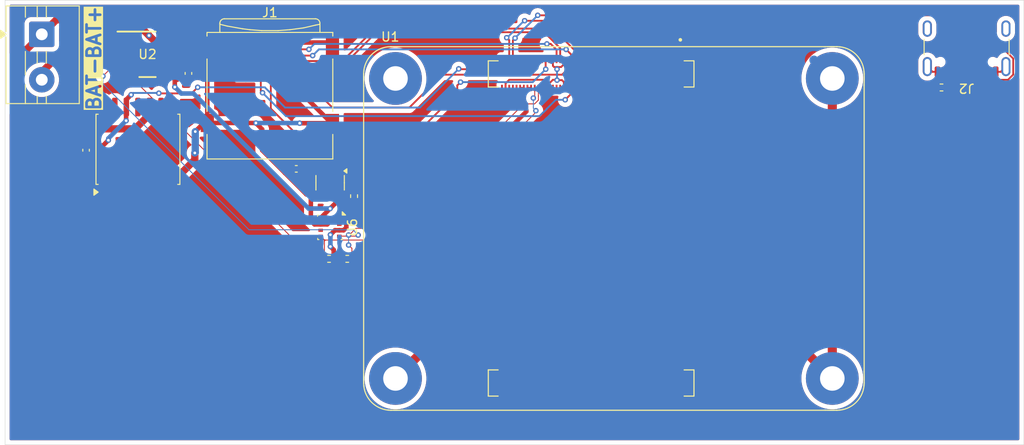
<source format=kicad_pcb>
(kicad_pcb (version 20241229) (generator "pcbnew") (generator_version "9.0")
  (layers (0 "F.Cu" signal) (2 "B.Cu" signal) (13 "F.Paste" user) (15 "B.Paste" user) (5 "F.SilkS" user "F.Silkscreen") (7 "B.SilkS" user "B.Silkscreen") (1 "F.Mask" user) (3 "B.Mask" user) (25 "Edge.Cuts" user))
  (net 0 "")
  (net 1 "Net-(U1A-CM5_1.8V(OUTPUT)-Pad88)")
  (net 2 "GND")
  (net 5 "/SD_DAT3")
  (net 9 "/SD_DAT2")
  (net 13 "/SD_PWR_ON")
  (net 14 "Net-(U1A-MOUNTING_PADS-PadSH1)")
  (net 15 "/USB_DN")
  (net 17 "/USB_DP")
  (net 29 "/SD_DAT1")
  (net 40 "Net-(U1A-CM5_3.3V(OUTPUT)-Pad84)")
  (net 45 "/SD_CMD")
  (net 59 "/SD_CLK")
  (net 63 "/SD_DAT0")
  (net 74 "/SD_PWR")
  (net 75 "/3V3")
  (net 77 "/VBUS")
  (net 79 "/CC1")
  (net 81 "/SCL0")
  (net 82 "/SDA0")
  (net 85 "/BAT+")
  (net 86 "/BAT-")
  (net 87 "+5V")
  (footprint "Package_LGA:Bosch_LGA-8_2.5x2.5mm_P0.65mm_ClockwisePinNumbering" (layer "F.Cu") (at 54.8525 36.9825 -90)
    (property "Reference" "U6")
    (property "Value" "BME280" (hide yes))
  )
  (footprint "Capacitor_SMD:C_0402_1005Metric" (layer "F.Cu") (at 51.15 30.55 180)
    (property "Reference" "C1" (hide yes))
    (property "Value" "10µF" (hide yes))
  )
  (footprint "Package_SO:SOIC-14W_7.5x9mm_P1.27mm" (layer "F.Cu") (at 33.75 28.4 90)
    (property "Reference" "U3" (hide yes))
    (property "Value" "LM2574HVM-5")
  )
  (footprint "Package_TO_SOT_SMD:TSOT-23-5" (layer "F.Cu") (at 54.87 32.08 -90)
    (property "Reference" "U5" (hide yes))
    (property "Value" "RT9742AGJ5F" (hide yes))
  )
  (footprint "Resistor_SMD:R_0402_1005Metric" (layer "F.Cu") (at 56.75 40.45 180)
    (property "Reference" "R4" (hide yes))
    (property "Value" "10K" (hide yes))
  )
  (footprint "Resistor_SMD:R_0402_1005Metric" (layer "F.Cu") (at 54.75 40.45)
    (property "Reference" "R3" (hide yes))
    (property "Value" "10K" (hide yes))
  )
  (footprint "TerminalBlock:TerminalBlock_MaiXu_MX126-5.0-02P_1x02_P5.00mm" (layer "F.Cu") (at 23.1825 15.75 -90)
    (property "Reference" "J3" (hide yes))
    (property "Value" "Screw_Terminal_01x02" (hide yes))
  )
  (footprint "footprints:D0008A_N" (layer "F.Cu") (at 34.8 17.95)
    (property "Reference" "U2")
    (property "Value" "INA219AIDR")
  )
  (footprint "Connector_Card:microSD_HC_Wuerth_693072010801" (layer "F.Cu") (at 48.25 21.3525)
    (property "Reference" "J1")
    (property "Value" "Micro_SD_Card" (hide yes))
  )
  (footprint "Capacitor_SMD:C_0402_1005Metric" (layer "F.Cu") (at 28.05 28.5 90)
    (property "Reference" "C3" (hide yes))
    (property "Value" "100nF" (hide yes))
  )
  (footprint "Resistor_SMD:R_0402_1005Metric" (layer "F.Cu") (at 122.05 21.6 180)
    (property "Reference" "R2" (hide yes))
    (property "Value" "5.1K" (hide yes))
  )
  (footprint "Connector_USB:USB_C_Receptacle_GCT_USB4105-xx-A_16P_TopMnt_Horizontal" (layer "F.Cu") (at 124.81 16.195 180)
    (property "Reference" "J2")
    (property "Value" "USB_C_Receptacle" (hide yes))
  )
  (footprint "Capacitor_SMD:C_0402_1005Metric" (layer "F.Cu") (at 39.3 20.05 -90)
    (property "Reference" "C2" (hide yes))
    (property "Value" "100nF" (hide yes))
  )
  (footprint "CM5108032:MODULE_CM5108032" (layer "F.Cu") (at 86.05 37.1075)
    (property "Reference" "U1")
    (property "Value" "CM5108032")
  )
  (footprint "Resistor_SMD:R_0402_1005Metric" (layer "F.Cu") (at 57.5 33.55 90)
    (property "Reference" "R1" (hide yes))
    (property "Value" "12K" (hide yes))
  )
  (gr_rect (start 19.15 12) (end 131.1 60.9) (stroke (width 0.05)) (fill no) (layer "Edge.Cuts"))
  (gr_text "BAT+" (at 29.8 18.65 90) (layer "F.SilkS" knockout) (effects (font (size 1.5 1.5) (thickness 0.3) (bold yes)) (justify left bottom)))
  (gr_text "BAT-\n" (at 29.8 24.3 90) (layer "F.SilkS" knockout) (effects (font (size 1.5 1.5) (thickness 0.3) (bold yes)) (justify left bottom)))
  (segment (start 76.15 21.6475) (end 75.75 21.6475) (width 0.2) (layer "F.Cu") (net 1))
  (segment (start 33.715 17.315) (end 34.985 18.585) (width 0.5) (layer "F.Cu") (net 2))
  (segment (start 52.75 30.8355) (end 52.75 31.15) (width 0.5) (layer "F.Cu") (net 2))
  (segment (start 34.985 18.585) (end 37.2 18.585) (width 0.5) (layer "F.Cu") (net 2))
  (segment (start 81.75 20.1) (end 81.75 20.15) (width 0.2) (layer "F.Cu") (net 2))
  (segment (start 84.95 18.5675) (end 84.95 20.6465) (width 0.2) (layer "F.Cu") (net 2))
  (segment (start 53.1505 36.6575) (end 53.8275 36.6575) (width 0.5) (layer "F.Cu") (net 2))
  (segment (start 32.4 17.315) (end 33.715 17.315) (width 0.5) (layer "F.Cu") (net 2))
  (segment (start 82.55 53.9) (end 83.7 53.9) (width 0.2) (layer "F.Cu") (net 2))
  (segment (start 83.7 53.9) (end 83.75 53.95) (width 0.2) (layer "F.Cu") (net 2))
  (segment (start 49.9 31) (end 47.4025 28.5025) (width 0.5) (layer "F.Cu") (net 2))
  (segment (start 55.0975 25.53) (end 55.125 25.5025) (width 0.5) (layer "F.Cu") (net 2))
  (segment (start 79.81 19.58) (end 79.8 19.59) (width 0.2) (layer "F.Cu") (net 2))
  (segment (start 82.5 53.95) (end 82.55 53.9) (width 0.2) (layer "F.Cu") (net 2))
  (segment (start 86.15 52.5675) (end 86.15 54) (width 0.2) (layer "F.Cu") (net 2))
  (segment (start 88.95 20.6465) (end 89.35 21.0465) (width 0.2) (layer "F.Cu") (net 2))
  (segment (start 80.25 19.35) (end 79.8 19.35) (width 0.2) (layer "F.Cu") (net 2))
  (segment (start 80.55 18.5675) (end 80.55 19.05) (width 0.2) (layer "F.Cu") (net 2))
  (segment (start 79.8 19.35) (end 79.4805 19.35) (width 0.2) (layer "F.Cu") (net 2))
  (segment (start 41.375 17.2025) (end 41.924496 16.653004) (width 0.5) (layer "F.Cu") (net 2))
  (segment (start 46.7025 25.5025) (end 46.71 25.51) (width 0.5) (layer "F.Cu") (net 2))
  (segment (start 78.95 52.5675) (end 78.95 55.6475) (width 0.2) (layer "F.Cu") (net 2))
  (segment (start 78.95 21.15) (end 79.35 20.75) (width 0.2) (layer "F.Cu") (net 2))
  (segment (start 82.55 53.9) (end 82.55 55.6475) (width 0.2) (layer "F.Cu") (net 2))
  (segment (start 82.95 18.5675) (end 82.95 20.749) (width 0.2) (layer "F.Cu") (net 2))
  (segment (start 53.8275 36.6575) (end 54.5505 36.6575) (width 0.5) (layer "F.Cu") (net 2))
  (segment (start 86.15 54) (end 86.15 55.6475) (width 0.2) (layer "F.Cu") (net 2))
  (segment (start 78.95 21.6475) (end 78.95 21.15) (width 0.2) (layer "F.Cu") (net 2))
  (segment (start 81.85 20) (end 81.75 20.1) (width 0.2) (layer "F.Cu") (net 2))
  (segment (start 83.75 55.6475) (end 83.75 53.95) (width 0.2) (layer "F.Cu") (net 2))
  (segment (start 55.2005 36.0075) (end 55.8775 36.0075) (width 0.5) (layer "F.Cu") (net 2))
  (segment (start 93.35 20) (end 93.35 21.6475) (width 0.2) (layer "F.Cu") (net 2))
  (segment (start 50.35 30.55) (end 49.9 31) (width 0.5) (layer "F.Cu") (net 2))
  (segment (start 81.75 19.9) (end 81.75 18.5675) (width 0.2) (layer "F.Cu") (net 2))
  (segment (start 78.55 20.75) (end 78.95 21.15) (width 0.2) (layer "F.Cu") (net 2))
  (segment (start 79.8 20.79) (end 80.3435 20.79) (width 0.2) (layer "F.Cu") (net 2))
  (segment (start 52.25 33.35) (end 49.9 31) (width 0.5) (layer "F.Cu") (net 2))
  (segment (start 74.15 52.5675) (end 74.15 53.95) (width 0.2) (layer "F.Cu") (net 2))
  (segment (start 40.9975 25.5025) (end 46.7025 25.5025) (width 0.5) (layer "F.Cu") (net 2))
  (segment (start 84.95 20.6465) (end 85.35 21.0465) (width 0.2) (layer "F.Cu") (net 2))
  (segment (start 79.76 20.75) (end 79.8 20.79) (width 0.2) (layer "F.Cu") (net 2))
  (segment (start 80.55 20.9965) (end 80.55 21.6475) (width 0.2) (layer "F.Cu") (net 2))
  (segment (start 93.35 20) (end 81.85 20) (width 0.2) (layer "F.Cu") (net 2))
  (segment (start 121.61 19.875) (end 121.61 21.53) (width 0.2) (layer "F.Cu") (net 2))
  (segment (start 80.55 19.05) (end 80.25 19.35) (width 0.2) (layer "F.Cu") (net 2))
  (segment (start 34.554768 31.424) (end 35.688999 31.424) (width 0.8) (layer "F.Cu") (net 2))
  (segment (start 33.75 32.228768) (end 34.554768 31.424) (width 0.8) (layer "F.Cu") (net 2))
  (segment (start 80.3435 20.79) (end 80.55 20.9965) (width 0.2) (layer "F.Cu") (net 2))
  (segment (start 90.95 18.5675) (end 90.95 21.6475) (width 0.2) (layer "F.Cu") (net 2))
  (segment (start 82.55 52.5675) (end 82.55 53.9) (width 0.2) (layer "F.Cu") (net 2))
  (segment (start 53.5169 29.829) (end 53.169 30.1769) (width 0.5) (layer "F.Cu") (net 2))
  (segment (start 54.5505 36.6575) (end 55.2005 36.0075) (width 0.5) (layer "F.Cu") (net 2))
  (segment (start 54.3231 29.829) (end 53.5169 29.829) (width 0.5) (layer "F.Cu") (net 2))
  (segment (start 82.95 20.749) (end 83.35 21.149) (width 0.2) (layer "F.Cu") (net 2))
  (segment (start 81.75 21.6475) (end 81.75 20.15) (width 0.2) (layer "F.Cu") (net 2))
  (segment (start 83.8 53.9) (end 84.85 53.9) (width 0.2) (layer "F.Cu") (net 2))
  (segment (start 87.35 52.5675) (end 87.35 55.6475) (width 0.2) (layer "F.Cu") (net 2))
  (segment (start 54.671 30.7435) (end 54.671 30.1769) (width 0.5) (layer "F.Cu") (net 2))
  (segment (start 40.05 26.45) (end 40.9975 25.5025) (width 0.5) (layer "F.Cu") (net 2))
  (segment (start 40 28.8) (end 40 29.55) (width 0.8) (layer "F.Cu") (net 2))
  (segment (start 81.35 52.5675) (end 81.35 55.6475) (width 0.2) (layer "F.Cu") (net 2))
  (segment (start 79.4805 19.35) (end 79.35 19.2195) (width 0.2) (layer "F.Cu") (net 2))
  (segment (start 84.95 55.6475) (end 84.95 54) (width 0.2) (layer "F.Cu") (net 2))
  (segment (start 74.55 20.75) (end 78.55 20.75) (width 0.2) (layer "F.Cu") (net 2))
  (segment (start 74.15 53.95) (end 74.15 55.6475) (width 0.2) (layer "F.Cu") (net 2))
  (segment (start 74.15 21.6475) (end 74.15 21.15) (width 0.2) (layer "F.Cu") (net 2))
  (segment (start 37.2 18.585) (end 39.9925 18.585) (width 0.5) (layer "F.Cu") (net 2))
  (segment (start 79.81 19.36) (end 79.81 19.58) (width 0.2) (layer "F.Cu") (net 2))
  (segment (start 55.18 25.68) (end 50.55 21.05) (width 0.5) (layer "F.Cu") (net 2))
  (segment (start 54.671 30.1769) (end 54.3231 29.829) (width 0.5) (layer "F.Cu") (net 2))
  (segment (start 86.1 53.95) (end 86.15 54) (width 0.2) (layer "F.Cu") (net 2))
  (segment (start 88.55 55.6475) (end 88.55 52.5675) (width 0.2) (layer "F.Cu") (net 2))
  (segment (start 33.75 32.025001) (end 30.704999 28.98) (width 0.8) (layer "F.Cu") (net 2))
  (segment (start 87.35 21.0965) (end 87.35 21.6475) (width 0.2) (layer "F.Cu") (net 2))
  (segment (start 39.9925 18.585) (end 41.375 17.2025) (width 0.5) (layer "F.Cu") (net 2))
  (segment (start 74.15 21.15) (end 74.55 20.75) (width 0.2) (layer "F.Cu") (net 2))
  (segment (start 47.4025 26.2025) (end 46.71 25.51) (width 0.5) (layer "F.Cu") (net 2))
  (segment (start 79.35 19.2195) (end 79.35 18.5675) (width 0.2) (layer "F.Cu") (net 2))
  (segment (start 85.35 21.0465) (end 85.35 21.6475) (width 0.2) (layer "F.Cu") (net 2))
  (segment (start 86.05 53.9) (end 86.1 53.95) (width 0.2) (layer "F.Cu") (net 2))
  (segment (start 80.15 52.5675) (end 80.15 55.6475) (width 0.2) (layer "F.Cu") (net 2))
  (segment (start 84.85 53.9) (end 84.9 53.95) (width 0.2) (layer "F.Cu") (net 2))
  (segment (start 81.85 20) (end 81.75 19.9) (width 0.2) (layer "F.Cu") (net 2))
  (segment (start 41.375 25.125) (end 40.05 26.45) (width 0.5) (layer "F.Cu") (net 2))
  (segment (start 53.169 30.1769) (end 53.169 30.4165) (width 0.5) (layer "F.Cu") (net 2))
  (segment (start 89.35 21.0465) (end 89.35 21.6475) (width 0.2) (layer "F.Cu") (net 2))
  (segment (start 74.15 53.95) (end 82.5 53.95) (width 0.2) (layer "F.Cu") (net 2))
  (segment (start 92.05 53.9) (end 92.15 54) (width 0.2) (layer "F.Cu") (net 2))
  (segment (start 81.75 20.15) (end 81.75 19.9) (width 0.2) (layer "F.Cu") (net 2))
  (segment (start 52.750384 33.35) (end 52.25 33.35) (width 0.5) (layer "F.Cu") (net 2))
  (segment (start 33.75 33.05) (end 33.75 32.025001) (width 0.8) (layer "F.Cu") (net 2))
  (segment (start 83.35 21.149) (end 83.35 21.6475) (width 0.2) (layer "F.Cu") (net 2))
  (segment (start 121.065 19.875) (end 120.49 19.3) (width 0.2) (layer "F.Cu") (net 2))
  (segment (start 52.750384 31.150384) (end 52.750384 36.257384) (width 0.5) (layer "F.Cu") (net 2))
  (segment (start 38.126 31.424) (end 34.554768 31.424) (width 0.8) (layer "F.Cu") (net 2))
  (segment (start 77.75 55.6475) (end 77.75 52.5675) (width 0.2) (layer "F.Cu") (net 2))
  (segment (start 47.4025 28.5025) (end 47.4025 26.2025) (width 0.5) (layer "F.Cu") (net 2))
  (segment (start 52.75 31.15) (end 52.750384 31.150384) (width 0.5) (layer "F.Cu") (net 2))
  (segment (start 30.704999 28.98) (end 28.05 28.98) (width 0.8) (layer "F.Cu") (net 2))
  (segment (start 86.1 53.95) (end 86.15 53.9) (width 0.2) (layer "F.Cu") (net 2))
  (segment (start 128.555 19.875) (end 129.13 19.3) (width 0.2) (layer "F.Cu") (net 2))
  (segment (start 41.375 17.2025) (end 41.375 25.125) (width 0.5) (layer "F.Cu") (net 2))
  (segment (start 79.35 20.75) (end 79.76 20.75) (width 0.2) (layer "F.Cu") (net 2))
  (segment (start 86.95 18.5675) (end 86.95 20.6965) (width 0.2) (layer "F.Cu") (net 2))
  (segment (start 35.688999 31.424) (end 36.29 32.025001) (width 0.8) (layer "F.Cu") (net 2))
  (segment (start 93.35 18.5675) (end 93.35 20) (width 0.2) (layer "F.Cu") (net 2))
  (segment (start 79.8 19.35) (end 79.81 19.36) (width 0.2) (layer "F.Cu") (net 2))
  (segment (start 84.95 54) (end 84.9 53.95) (width 0.2) (layer "F.Cu") (net 2))
  (segment (start 39.3 19.2775) (end 39.9925 18.585) (width 0.5) (layer "F.Cu") (net 2))
  (segment (start 39.3 19.57) (end 39.3 19.2775) (width 0.5) (layer "F.Cu") (net 2))
  (segment (start 84.9 53.95) (end 84.95 53.9) (width 0.2) (layer "F.Cu") (net 2))
  (segment (start 33.75 33.05) (end 33.75 32.228768) (width 0.8) (layer "F.Cu") (net 2))
  (segment (start 53.169 30.4165) (end 52.75 30.8355) (width 0.5) (layer "F.Cu") (net 2))
  (segment (start 128.01 19.875) (end 128.555 19.875) (width 0.2) (layer "F.Cu") (net 2))
  (segment (start 51.52 25.53) (end 55.0975 25.53) (width 0.5) (layer "F.Cu") (net 2))
  (segment (start 76.55 55.6475) (end 76.55 52.5675) (width 0.2) (layer "F.Cu") (net 2))
  (segment (start 50.67 30.55) (end 50.35 30.55) (width 0.5) (layer "F.Cu") (net 2))
  (segment (start 55.125 25.625) (end 55.18 25.68) (width 1) (layer "F.Cu") (net 2))
  (segment (start 121.61 21.53) (end 121.54 21.6) (width 0.2) (layer "F.Cu") (net 2))
  (segment (start 36.29 32.025001) (end 36.29 33.05) (width 0.8) (layer "F.Cu") (net 2))
  (segment (start 55.125 25.5025) (end 55.125 25.625) (width 1) (layer "F.Cu") (net 2))
  (segment (start 84.95 53.9) (end 86.05 53.9) (width 0.2) (layer "F.Cu") (net 2))
  (segment (start 41.924496 16.653004) (end 54.575504 16.653004) (width 0.5) (layer "F.Cu") (net 2))
  (segment (start 40 29.55) (end 38.126 31.424) (width 0.8) (layer "F.Cu") (net 2))
  (segment (start 89.75 52.5675) (end 89.75 55.6475) (width 0.2) (layer "F.Cu") (net 2))
  (segment (start 75.35 52.5675) (end 75.35 55.6475) (width 0.2) (layer "F.Cu") (net 2))
  (segment (start 54.87 30.9425) (end 54.671 30.7435) (width 0.5) (layer "F.Cu") (net 2))
  (segment (start 86.95 20.6965) (end 87.35 21.0965) (width 0.2) (layer "F.Cu") (net 2))
  (segment (start 88.95 18.5675) (end 88.95 20.6465) (width 0.2) (layer "F.Cu") (net 2))
  (segment (start 90.95 52.5675) (end 90.95 55.6475) (width 0.2) (layer "F.Cu") (net 2))
  (segment (start 32.4 16.045) (end 32.4 17.315) (width 0.5) (layer "F.Cu") (net 2))
  (segment (start 92.15 52.5675) (end 92.15 54) (width 0.2) (layer "F.Cu") (net 2))
  (segment (start 52.750384 36.257384) (end 53.1505 36.6575) (width 0.5) (layer "F.Cu") (net 2))
  (segment (start 86.15 53.9) (end 92.05 53.9) (width 0.2) (layer "F.Cu") (net 2))
  (segment (start 54.575504 16.653004) (end 55.125 17.2025) (width 0.5) (layer "F.Cu") (net 2))
  (segment (start 92.15 54) (end 92.15 55.6475) (width 0.2) (layer "F.Cu") (net 2))
  (segment (start 83.75 53.95) (end 83.8 53.9) (width 0.2) (layer "F.Cu") (net 2))
  (segment (start 121.61 19.875) (end 121.065 19.875) (width 0.2) (layer "F.Cu") (net 2))
  (segment (start 50.55 21.05) (end 50.55 19.8025) (width 0.5) (layer "F.Cu") (net 2))
  (segment (start 92.15 18.5675) (end 92.15 21.6475) (width 0.2) (layer "F.Cu") (net 2))
  (via (at 40 28.8) (size 0.6) (drill 0.3) (layers "F.Cu" "B.Cu") (net 2))
  (via (at 51.52 25.53) (size 0.6) (drill 0.3) (layers "F.Cu" "B.Cu") (net 2))
  (via (at 79.8 20.79) (size 0.6) (drill 0.3) (layers "F.Cu" "B.Cu") (net 2))
  (via (at 40.05 26.45) (size 0.6) (drill 0.3) (layers "F.Cu" "B.Cu") (net 2))
  (via (at 79.8 19.59) (size 0.6) (drill 0.3) (layers "F.Cu" "B.Cu") (net 2))
  (via (at 46.71 25.51) (size 0.6) (drill 0.3) (layers "F.Cu" "B.Cu") (net 2))
  (segment (start 40.05 28.75) (end 40.05 26.45) (width 0.8) (layer "B.Cu") (net 2))
  (segment (start 46.71 25.51) (end 51.5 25.51) (width 0.5) (layer "B.Cu") (net 2))
  (segment (start 79.8 19.59) (end 79.8 20.79) (width 0.2) (layer "B.Cu") (net 2))
  (segment (start 51.5 25.51) (end 51.52 25.53) (width 0.5) (layer "B.Cu") (net 2))
  (segment (start 40 28.8) (end 40.05 28.75) (width 0.8) (layer "B.Cu") (net 2))
  (segment (start 46.9125 18.09) (end 52.95 18.09) (width 0.2) (layer "F.Cu") (net 5))
  (segment (start 81.35 18.5675) (end 81.35 17.96403) (width 0.2) (layer "F.Cu") (net 5))
  (segment (start 46.15 18.8525) (end 46.9125 18.09) (width 0.2) (layer "F.Cu") (net 5))
  (segment (start 46.15 19.8025) (end 46.15 18.8525) (width 0.2) (layer "F.Cu") (net 5))
  (segment (start 81.35 17.96403) (end 80.797985 17.412015) (width 0.2) (layer "F.Cu") (net 5))
  (via (at 52.95 18.09) (size 0.6) (drill 0.3) (layers "F.Cu" "B.Cu") (net 5))
  (via (at 80.797985 17.412015) (size 0.6) (drill 0.3) (layers "F.Cu" "B.Cu") (net 5))
  (segment (start 53.6335 17.4065) (end 80.79247 17.4065) (width 0.2) (layer "B.Cu") (net 5))
  (segment (start 52.95 18.09) (end 53.6335 17.4065) (width 0.2) (layer "B.Cu") (net 5))
  (segment (start 80.79247 17.4065) (end 80.797985 17.412015) (width 0.2) (layer "B.Cu") (net 5))
  (segment (start 79.75 18.5675) (end 79.75 17.4471) (width 0.2) (layer "F.Cu") (net 9))
  (segment (start 46.796496 17.404004) (end 52.538402 17.404004) (width 0.2) (layer "F.Cu") (net 9))
  (segment (start 79.1094 16.8065) (end 78.69 16.8065) (width 0.2) (layer "F.Cu") (net 9))
  (segment (start 79.75 17.4471) (end 79.1094 16.8065) (width 0.2) (layer "F.Cu") (net 9))
  (segment (start 45.05 19.8025) (end 45.05 19.1505) (width 0.2) (layer "F.Cu") (net 9))
  (segment (start 45.05 19.1505) (end 46.796496 17.404004) (width 0.2) (layer "F.Cu") (net 9))
  (via (at 78.69 16.8065) (size 0.6) (drill 0.3) (layers "F.Cu" "B.Cu") (net 9))
  (via (at 52.538402 17.404004) (size 0.6) (drill 0.3) (layers "F.Cu" "B.Cu") (net 9))
  (segment (start 52.538402 17.404004) (end 53.135906 16.8065) (width 0.2) (layer "B.Cu") (net 9))
  (segment (start 53.135906 16.8065) (end 78.69 16.8065) (width 0.2) (layer "B.Cu") (net 9))
  (segment (start 58.86 32.16) (end 57.65 32.16) (width 0.2) (layer "F.Cu") (net 13))
  (segment (start 68.84 22.18) (end 58.86 32.16) (width 0.2) (layer "F.Cu") (net 13))
  (segment (start 57.5 32.16) (end 57.3 32.16) (width 0.2) (layer "F.Cu") (net 13))
  (segment (start 54.9775 32.16) (end 53.92 33.2175) (width 0.2) (layer "F.Cu") (net 13))
  (segment (start 57.5 32.4) (end 57.5 32.36) (width 0.2) (layer "F.Cu") (net 13))
  (segment (start 78.55 19.58) (end 78.56 19.59) (width 0.2) (layer "F.Cu") (net 13))
  (segment (start 68.84 21.37) (end 68.84 22.18) (width 0.2) (layer "F.Cu") (net 13))
  (segment (start 57.5 32.36) (end 57.3 32.16) (width 0.2) (layer "F.Cu") (net 13))
  (segment (start 57.65 32.16) (end 57.5 32.16) (width 0.2) (layer "F.Cu") (net 13))
  (segment (start 78.55 18.5675) (end 78.55 19.58) (width 0.2) (layer "F.Cu") (net 13))
  (segment (start 57.5 32.16) (end 57.5 32.4) (width 0.2) (layer "F.Cu") (net 13))
  (segment (start 57.3 32.16) (end 54.9775 32.16) (width 0.2) (layer "F.Cu") (net 13))
  (segment (start 57.5 32.4) (end 57.5 32.31) (width 0.2) (layer "F.Cu") (net 13))
  (segment (start 69.2 21.01) (end 68.84 21.37) (width 0.2) (layer "F.Cu") (net 13))
  (segment (start 57.5 32.31) (end 57.65 32.16) (width 0.2) (layer "F.Cu") (net 13))
  (segment (start 57.5 32.4) (end 57.5 33.04) (width 0.2) (layer "F.Cu") (net 13))
  (via (at 69.2 21.01) (size 0.6) (drill 0.3) (layers "F.Cu" "B.Cu") (net 13))
  (via (at 78.56 19.59) (size 0.6) (drill 0.3) (layers "F.Cu" "B.Cu") (net 13))
  (segment (start 69.2 21.01) (end 77.14 21.01) (width 0.2) (layer "B.Cu") (net 13))
  (segment (start 77.14 21.01) (end 78.56 19.59) (width 0.2) (layer "B.Cu") (net 13))
  (segment (start 66.0575 49.6) (end 106.0425 49.6) (width 1) (layer "F.Cu") (net 14))
  (segment (start 106.0425 49.6) (end 110.05 53.6075) (width 1) (layer "F.Cu") (net 14))
  (segment (start 62.05 53.6075) (end 66.0575 49.6) (width 1) (layer "F.Cu") (net 14))
  (segment (start 110.05 20.6075) (end 110.05 53.6075) (width 1) (layer "F.Cu") (net 14))
  (segment (start 108.0315 18.589) (end 110.05 20.6075) (width 1) (layer "B.Cu") (net 14))
  (segment (start 124.827176 20.751) (end 125.292824 20.751) (width 0.2) (layer "F.Cu") (net 15))
  (segment (start 129.931 20.181785) (end 129.361785 20.751) (width 0.2) (layer "F.Cu") (net 15))
  (segment (start 124.56 20.483824) (end 124.827176 20.751) (width 0.2) (layer "F.Cu") (net 15))
  (segment (start 129.931 18.418215) (end 129.931 20.181785) (width 0.2) (layer "F.Cu") (net 15))
  (segment (start 124.56 20.550924) (end 124.56 19.875) (width 0.2) (layer "F.Cu") (net 15))
  (segment (start 129.361785 20.751) (end 124.760076 20.751) (width 0.2) (layer "F.Cu") (net 15))
  (segment (start 75.19 16.17) (end 74.95 16.41) (width 0.2) (layer "F.Cu") (net 15))
  (segment (start 125.292824 20.751) (end 125.56 20.483824) (width 0.2) (layer "F.Cu") (net 15))
  (segment (start 124.56 19.875) (end 124.56 20.483824) (width 0.2) (layer "F.Cu") (net 15))
  (segment (start 125.56 20.483824) (end 125.56 19.875) (width 0.2) (layer "F.Cu") (net 15))
  (segment (start 124.760076 20.751) (end 124.56 20.550924) (width 0.2) (layer "F.Cu") (net 15))
  (segment (start 77.68 13.66) (end 125.172785 13.66) (width 0.2) (layer "F.Cu") (net 15))
  (segment (start 74.95 16.41) (end 74.95 18.5675) (width 0.2) (layer "F.Cu") (net 15))
  (segment (start 125.172785 13.66) (end 129.931 18.418215) (width 0.2) (layer "F.Cu") (net 15))
  (via (at 75.19 16.17) (size 0.6) (drill 0.3) (layers "F.Cu" "B.Cu") (net 15))
  (via (at 77.68 13.66) (size 0.6) (drill 0.3) (layers "F.Cu" "B.Cu") (net 15))
  (segment (start 75.24 16.1) (end 75.24 16.12) (width 0.2) (layer "B.Cu") (net 15))
  (segment (start 77.68 13.66) (end 75.24 16.1) (width 0.2) (layer "B.Cu") (net 15))
  (segment (start 75.24 16.12) (end 75.19 16.17) (width 0.2) (layer "B.Cu") (net 15))
  (segment (start 124.06 21.24) (end 124.06 19.875) (width 0.2) (layer "F.Cu") (net 17))
  (segment (start 123.05 22.25) (end 124.06 21.24) (width 0.2) (layer "F.Cu") (net 17))
  (segment (start 110.81 14.26) (end 118.8 22.25) (width 0.2) (layer "F.Cu") (net 17))
  (segment (start 118.8 22.25) (end 123.05 22.25) (width 0.2) (layer "F.Cu") (net 17))
  (segment (start 125.06 19.875) (end 125.06 19.266176) (width 0.2) (layer "F.Cu") (net 17))
  (segment (start 76.240735 14.250735) (end 76.25 14.26) (width 0.2) (layer "F.Cu") (net 17))
  (segment (start 74.27 16.121) (end 74.55 16.401) (width 0.2) (layer "F.Cu") (net 17))
  (segment (start 74.55 16.401) (end 74.55 18.5675) (width 0.2) (layer "F.Cu") (net 17))
  (segment (start 76.25 14.26) (end 110.81 14.26) (width 0.2) (layer "F.Cu") (net 17))
  (segment (start 124.06 19.266176) (end 124.06 19.875) (width 0.2) (layer "F.Cu") (net 17))
  (segment (start 125.06 19.266176) (end 124.792824 18.999) (width 0.2) (layer "F.Cu") (net 17))
  (segment (start 124.792824 18.999) (end 124.327176 18.999) (width 0.2) (layer "F.Cu") (net 17))
  (segment (start 124.327176 18.999) (end 124.06 19.266176) (width 0.2) (layer "F.Cu") (net 17))
  (via (at 76.240735 14.250735) (size 0.6) (drill 0.3) (layers "F.Cu" "B.Cu") (net 17))
  (via (at 74.27 16.121) (size 0.6) (drill 0.3) (layers "F.Cu" "B.Cu") (net 17))
  (segment (start 74.17 16.021) (end 74.27 16.121) (width 0.2) (layer "B.Cu") (net 17))
  (segment (start 74.419 16.021) (end 74.17 16.021) (width 0.2) (layer "B.Cu") (net 17))
  (segment (start 76.189265 14.250735) (end 74.419 16.021) (width 0.2) (layer "B.Cu") (net 17))
  (segment (start 76.240735 14.250735) (end 76.189265 14.250735) (width 0.2) (layer "B.Cu") (net 17))
  (segment (start 55.6775 19.8025) (end 59.959 15.521) (width 0.2) (layer "F.Cu") (net 29))
  (segment (start 52.75 19.8025) (end 55.6775 19.8025) (width 0.2) (layer "F.Cu") (net 29))
  (segment (start 59.959 15.521) (end 78.391 15.521) (width 0.2) (layer "F.Cu") (net 29))
  (segment (start 80.15 17.28) (end 80.15 18.5675) (width 0.2) (layer "F.Cu") (net 29))
  (segment (start 78.391 15.521) (end 80.15 17.28) (width 0.2) (layer "F.Cu") (net 29))
  (segment (start 76.55 21.6475) (end 76.95 21.6475) (width 0.2) (layer "F.Cu") (net 40))
  (segment (start 47.25 21.99) (end 47.44 22.18) (width 0.2) (layer "F.Cu") (net 45))
  (segment (start 47.25 19.8025) (end 47.25 21.99) (width 0.2) (layer "F.Cu") (net 45))
  (segment (start 80.69975 22.94975) (end 81.35 22.2995) (width 0.2) (layer "F.Cu") (net 45))
  (segment (start 81.35 22.2995) (end 81.35 21.6475) (width 0.2) (layer "F.Cu") (net 45))
  (via (at 80.69975 22.94975) (size 0.6) (drill 0.3) (layers "F.Cu" "B.Cu") (net 45))
  (via (at 47.44 22.18) (size 0.6) (drill 0.3) (layers "F.Cu" "B.Cu") (net 45))
  (segment (start 78.298943 24.351) (end 78.269 24.351) (width 0.2) (layer "B.Cu") (net 45))
  (segment (start 78.651 23.969) (end 78.651 23.998943) (width 0.2) (layer "B.Cu") (net 45))
  (segment (start 77.87 24.75) (end 50.01 24.75) (width 0.2) (layer "B.Cu") (net 45))
  (segment (start 50.01 24.75) (end 47.44 22.18) (width 0.2) (layer "B.Cu") (net 45))
  (segment (start 78.269 24.351) (end 77.87 24.75) (width 0.2) (layer "B.Cu") (net 45))
  (segment (start 79.67025 22.94975) (end 78.651 23.969) (width 0.2) (layer "B.Cu") (net 45))
  (segment (start 80.69975 22.94975) (end 79.67025 22.94975) (width 0.2) (layer "B.Cu") (net 45))
  (segment (start 78.651 23.998943) (end 78.298943 24.351) (width 0.2) (layer "B.Cu") (net 45))
  (segment (start 56.2229 18.69) (end 59.7929 15.12) (width 0.2) (layer "F.Cu") (net 59))
  (segment (start 49.82 18.69) (end 56.2229 18.69) (width 0.2) (layer "F.Cu") (net 59))
  (segment (start 49.45 19.8025) (end 49.45 19.06) (width 0.2) (layer "F.Cu") (net 59))
  (segment (start 49.45 19.06) (end 49.82 18.69) (width 0.2) (layer "F.Cu") (net 59))
  (segment (start 59.7929 15.12) (end 79.3545 15.12) (width 0.2) (layer "F.Cu") (net 59))
  (segment (start 82.15 17.9155) (end 82.15 18.5675) (width 0.2) (layer "F.Cu") (net 59))
  (segment (start 79.3545 15.12) (end 82.15 17.9155) (width 0.2) (layer "F.Cu") (net 59))
  (segment (start 67.19 20.19) (end 80.36 20.19) (width 0.2) (layer "F.Cu") (net 63))
  (segment (start 51.65 20.338) (end 55.1205 23.8085) (width 0.2) (layer "F.Cu") (net 63))
  (segment (start 80.36 20.19) (end 80.95 19.6) (width 0.2) (layer "F.Cu") (net 63))
  (segment (start 63.5715 23.8085) (end 67.19 20.19) (width 0.2) (layer "F.Cu") (net 63))
  (segment (start 55.1205 23.8085) (end 63.5715 23.8085) (width 0.2) (layer "F.Cu") (net 63))
  (segment (start 80.95 19.6) (end 80.95 18.5675) (width 0.2) (layer "F.Cu") (net 63))
  (segment (start 51.65 19.8025) (end 51.65 20.338) (width 0.2) (layer "F.Cu") (net 63))
  (segment (start 48.35 19.8025) (end 48.35 23.92) (width 0.2) (layer "F.Cu") (net 74))
  (segment (start 53.26 28.83) (end 54.32 28.83) (width 0.2) (layer "F.Cu") (net 74))
  (segment (start 54.32 28.83) (end 55.82 30.33) (width 0.2) (layer "F.Cu") (net 74))
  (segment (start 51.63 30.46) (end 51.63 30.55) (width 0.2) (layer "F.Cu") (net 74))
  (segment (start 55.82 30.33) (end 55.82 30.9425) (width 0.2) (layer "F.Cu") (net 74))
  (segment (start 53.26 28.83) (end 51.63 30.46) (width 0.2) (layer "F.Cu") (net 74))
  (segment (start 48.35 23.92) (end 53.26 28.83) (width 0.2) (layer "F.Cu") (net 74))
  (segment (start 55.8775 37.3075) (end 55.3925 37.3075) (width 0.5) (layer "F.Cu") (net 75))
  (segment (start 54.867 34.917) (end 53.8275 35.9565) (width 0.5) (layer "F.Cu") (net 75))
  (segment (start 56.65 34.65) (end 57.24 34.06) (width 0.5) (layer "F.Cu") (net 75))
  (segment (start 56.65 34.65) (end 55.964 33.964) (width 0.5) (layer "F.Cu") (net 75))
  (segment (start 37.8 21.55) (end 37.8 20.75) (width 0.5) (layer "F.Cu") (net 75))
  (segment (start 38.27 20.53) (end 37.595 19.855) (width 0.5) (layer "F.Cu") (net 75))
  (segment (start 55.26 39.46) (end 55.26 40.45) (width 0.5) (layer "F.Cu") (net 75))
  (segment (start 37.8 20.455) (end 37.2 19.855) (width 0.5) (layer "F.Cu") (net 75))
  (segment (start 37.8 20.75) (end 37.8 20.455) (width 0.5) (layer "F.Cu") (net 75))
  (segment (start 37.8 20.75) (end 38.05 20.75) (width 0.5) (layer "F.Cu") (net 75))
  (segment (start 56.65 37.0045) (end 56.65 34.65) (width 0.5) (layer "F.Cu") (net 75))
  (segment (start 55.3925 37.3075) (end 54.9 37.8) (width 0.5) (layer "F.Cu") (net 75))
  (segment (start 55.964 33.964) (end 55.82 33.964) (width 0.5) (layer "F.Cu") (net 75))
  (segment (start 38.27 20.53) (end 39.3 20.53) (width 0.5) (layer "F.Cu") (net 75))
  (segment (start 56.347 37.3075) (end 56.65 37.0045) (width 0.5) (layer "F.Cu") (net 75))
  (segment (start 57.24 34.06) (end 57.5 34.06) (width 0.5) (layer "F.Cu") (net 75))
  (segment (start 55.8775 37.3075) (end 56.347 37.3075) (width 0.5) (layer "F.Cu") (net 75))
  (segment (start 38.05 20.75) (end 38.27 20.53) (width 0.5) (layer "F.Cu") (net 75))
  (segment (start 55.82 33.964) (end 54.867 34.917) (width 0.5) (layer "F.Cu") (net 75))
  (segment (start 54.9 39.1) (end 55.26 39.46) (width 0.5) (layer "F.Cu") (net 75))
  (segment (start 37.595 19.855) (end 37.2 19.855) (width 0.5) (layer "F.Cu") (net 75))
  (segment (start 55.82 33.2175) (end 55.82 33.964) (width 0.5) (layer "F.Cu") (net 75))
  (segment (start 55.26 40.45) (end 56.24 40.45) (width 0.5) (layer "F.Cu") (net 75))
  (via (at 37.8 21.55) (size 0.6) (drill 0.3) (layers "F.Cu" "B.Cu") (net 75))
  (via (at 54.9 37.8) (size 0.6) (drill 0.3) (layers "F.Cu" "B.Cu") (net 75))
  (via (at 54.9 39.1) (size 0.6) (drill 0.3) (layers "F.Cu" "B.Cu") (net 75))
  (via (at 54.867 34.917) (size 0.6) (drill 0.3) (layers "F.Cu" "B.Cu") (net 75))
  (segment (start 39.85 22.26) (end 52.507 34.917) (width 0.5) (layer "B.Cu") (net 75))
  (segment (start 38.51 22.26) (end 39.85 22.26) (width 0.5) (layer "B.Cu") (net 75))
  (segment (start 37.8 21.55) (end 38.51 22.26) (width 0.5) (layer "B.Cu") (net 75))
  (segment (start 52.507 34.917) (end 54.867 34.917) (width 0.5) (layer "B.Cu") (net 75))
  (segment (start 54.9 37.8) (end 54.9 39.1) (width 0.5) (layer "B.Cu") (net 75))
  (segment (start 122.97 18.16) (end 126.57 18.16) (width 0.2) (layer "F.Cu") (net 77))
  (segment (start 126.57 18.16) (end 126.96 18.55) (width 0.2) (layer "F.Cu") (net 77))
  (segment (start 127.21 19.416176) (end 127.21 19.875) (width 0.2) (layer "F.Cu") (net 77))
  (segment (start 122.596 19.080008) (end 122.596 18.534) (width 0.2) (layer "F.Cu") (net 77))
  (segment (start 126.96 19.166176) (end 127.21 19.416176) (width 0.2) (layer "F.Cu") (net 77))
  (segment (start 122.41 19.266008) (end 122.596 19.080008) (width 0.2) (layer "F.Cu") (net 77))
  (segment (start 122.41 19.875) (end 122.41 19.266008) (width 0.2) (layer "F.Cu") (net 77))
  (segment (start 126.96 18.55) (end 126.96 19.166176) (width 0.2) (layer "F.Cu") (net 77))
  (segment (start 122.596 18.534) (end 122.97 18.16) (width 0.2) (layer "F.Cu") (net 77))
  (segment (start 123.06 19.875) (end 123.06 18.83) (width 0.2) (layer "F.Cu") (net 79))
  (segment (start 123.06 18.83) (end 123.329 18.561) (width 0.2) (layer "F.Cu") (net 79))
  (segment (start 123.329 18.561) (end 125.741 18.561) (width 0.2) (layer "F.Cu") (net 79))
  (segment (start 125.741 18.561) (end 126.06 18.88) (width 0.2) (layer "F.Cu") (net 79))
  (segment (start 123.06 21.1) (end 122.56 21.6) (width 0.2) (layer "F.Cu") (net 79))
  (segment (start 123.06 19.875) (end 123.06 21.1) (width 0.2) (layer "F.Cu") (net 79))
  (segment (start 126.06 18.88) (end 126.06 19.875) (width 0.2) (layer "F.Cu") (net 79))
  (segment (start 55.885 37.95) (end 56.85 37.95) (width 0.1) (layer "F.Cu") (net 81))
  (segment (start 57.26 39.2935) (end 57.26 40.45) (width 0.1) (layer "F.Cu") (net 81))
  (segment (start 56.85 37.95) (end 57.7 37.1) (width 0.1) (layer "F.Cu") (net 81))
  (segment (start 57.7 37.1) (end 62.45 37.1) (width 0.1) (layer "F.Cu") (net 81))
  (segment (start 77.75 22.531859) (end 77.75 21.6475) (width 0.1) (layer "F.Cu") (net 81))
  (segment (start 31.665 18.585) (end 32.4 18.585) (width 0.1) (layer "F.Cu") (net 81))
  (segment (start 77.751 22.989323) (end 77.751 22.532859) (width 0.1) (layer "F.Cu") (net 81))
  (segment (start 57.8335 37.95) (end 57.95 37.8335) (width 0.1) (layer "F.Cu") (net 81))
  (segment (start 77.340323 23.4) (end 77.751 22.989323) (width 0.1) (layer "F.Cu") (net 81))
  (segment (start 77.751 22.532859) (end 77.75 22.531859) (width 0.1) (layer "F.Cu") (net 81))
  (segment (start 56.9 37.95) (end 57.8335 37.95) (width 0.1) (layer "F.Cu") (net 81))
  (segment (start 76.15 23.4) (end 77.340323 23.4) (width 0.1) (layer "F.Cu") (net 81))
  (segment (start 56.9 37.95) (end 56.9 37.8335) (width 0.1) (layer "F.Cu") (net 81))
  (segment (start 29.9 20.35) (end 31.665 18.585) (width 0.1) (layer "F.Cu") (net 81))
  (segment (start 56.9 38.9335) (end 57.26 39.2935) (width 0.1) (layer "F.Cu") (net 81))
  (segment (start 62.45 37.1) (end 76.15 23.4) (width 0.1) (layer "F.Cu") (net 81))
  (segment (start 55.8775 37.9575) (end 55.885 37.95) (width 0.1) (layer "F.Cu") (net 81))
  (segment (start 56.85 37.95) (end 56.9 37.95) (width 0.1) (layer "F.Cu") (net 81))
  (via (at 56.9 38.9335) (size 0.6) (drill 0.3) (layers "F.Cu" "B.Cu") (net 81))
  (via (at 57.95 37.8335) (size 0.6) (drill 0.3) (layers "F.Cu" "B.Cu") (net 81))
  (via (at 56.9 37.8335) (size 0.6) (drill 0.3) (layers "F.Cu" "B.Cu") (net 81))
  (via (at 29.9 20.35) (size 0.6) (drill 0.3) (layers "F.Cu" "B.Cu") (net 81))
  (segment (start 57.3665 37.25) (end 57.95 37.8335) (width 0.1) (layer "B.Cu") (net 81))
  (segment (start 56.9 37.8335) (end 56.9 38.9335) (width 0.1) (layer "B.Cu") (net 81))
  (segment (start 29.9 21.2) (end 45.95 37.25) (width 0.1) (layer "B.Cu") (net 81))
  (segment (start 29.9 20.35) (end 29.9 21.2) (width 0.1) (layer "B.Cu") (net 81))
  (segment (start 45.95 37.25) (end 57.3665 37.25) (width 0.1) (layer "B.Cu") (net 81))
  (segment (start 54.21 38.34) (end 54.24 38.37) (width 0.1) (layer "F.Cu") (net 82))
  (segment (start 54.35 38.3835) (end 54.2535 38.3835) (width 0.1) (layer "F.Cu") (net 82))
  (segment (start 77.477817 24.150001) (end 77.477817 24.322183) (width 0.1) (layer "F.Cu") (net 82))
  (segment (start 32.4 19.855) (end 50.5025 37.9575) (width 0.1) (layer "F.Cu") (net 82))
  (segment (start 77.311091 22.761091) (end 77.35 22.722182) (width 0.1) (layer "F.Cu") (net 82))
  (segment (start 54.24 38.5) (end 54.24 40.45) (width 0.1) (layer "F.Cu") (net 82))
  (segment (start 50.5025 37.9575) (end 53.8275 37.9575) (width 0.1) (layer "F.Cu") (net 82))
  (segment (start 63.4165 38.3835) (end 54.35 38.3835) (width 0.1) (layer "F.Cu") (net 82))
  (segment (start 54.24 38.37) (end 54.24 38.5) (width 0.1) (layer "F.Cu") (net 82))
  (segment (start 54.21 38.34) (end 53.8275 37.9575) (width 0.1) (layer "F.Cu") (net 82))
  (segment (start 54.24 38.4935) (end 54.35 38.3835) (width 0.1) (layer "F.Cu") (net 82))
  (segment (start 77.2 22.761091) (end 77.311091 22.761091) (width 0.1) (layer "F.Cu") (net 82))
  (segment (start 54.24 38.5) (end 54.24 38.4935) (width 0.1) (layer "F.Cu") (net 82))
  (segment (start 77.35 22.722182) (end 77.35 21.6475) (width 0.1) (layer "F.Cu") (net 82))
  (segment (start 54.2535 38.3835) (end 54.21 38.34) (width 0.1) (layer "F.Cu") (net 82))
  (segment (start 77.477817 24.322183) (end 63.4165 38.3835) (width 0.1) (layer "F.Cu") (net 82))
  (via (at 77.2 22.761091) (size 0.6) (drill 0.3) (layers "F.Cu" "B.Cu") (net 82))
  (via (at 77.477817 24.150001) (size 0.6) (drill 0.3) (layers "F.Cu" "B.Cu") (net 82))
  (segment (start 77.2 22.761091) (end 77.2 23.872184) (width 0.1) (layer "B.Cu") (net 82))
  (segment (start 77.2 23.872184) (end 77.477817 24.150001) (width 0.1) (layer "B.Cu") (net 82))
  (segment (start 20.7 24.15) (end 20.7 18.2325) (width 0.8) (layer "F.Cu") (net 85))
  (segment (start 35.02 24.571232) (end 33.441232 26.15) (width 0.8) (layer "F.Cu") (net 85))
  (segment (start 23.1825 15.75) (end 24.7895 14.143) (width 0.8) (layer "F.Cu") (net 85))
  (segment (start 35.298 14.143) (end 37.2 16.045) (width 0.8) (layer "F.Cu") (net 85))
  (segment (start 35.02 23.75) (end 35.02 24.571232) (width 0.8) (layer "F.Cu") (net 85))
  (segment (start 37.995 16.045) (end 38 16.05) (width 0.8) (layer "F.Cu") (net 85))
  (segment (start 22.7 26.15) (end 20.7 24.15) (width 0.8) (layer "F.Cu") (net 85))
  (segment (start 20.7 18.2325) (end 23.1825 15.75) (width 0.8) (layer "F.Cu") (net 85))
  (segment (start 33.441232 26.15) (end 22.7 26.15) (width 0.8) (layer "F.Cu") (net 85))
  (segment (start 37.2 16.045) (end 37.995 16.045) (width 0.8) (layer "F.Cu") (net 85))
  (segment (start 24.7895 14.143) (end 35.298 14.143) (width 0.8) (layer "F.Cu") (net 85))
  (segment (start 36.395793 17.315) (end 37.2 17.315) (width 0.8) (layer "F.Cu") (net 86))
  (segment (start 34.965397 15.884603) (end 36.395793 17.315) (width 0.8) (layer "F.Cu") (net 86))
  (segment (start 34.224793 15.144) (end 34.965397 15.884603) (width 0.8) (layer "F.Cu") (net 86))
  (segment (start 23.1825 20.75) (end 23.1825 19.9175) (width 0.8) (layer "F.Cu") (net 86))
  (segment (start 27.956 15.144) (end 34.224793 15.144) (width 0.8) (layer "F.Cu") (net 86))
  (segment (start 23.1825 19.9175) (end 27.956 15.144) (width 0.8) (layer "F.Cu") (net 86))
  (via (at 34.965397 15.884603) (size 0.6) (drill 0.3) (layers "F.Cu" "B.Cu") (net 86))
  (segment (start 29.88 28.02) (end 30.5 27.4) (width 0.5) (layer "F.Cu") (net 87))
  (segment (start 76.15 18.5675) (end 78.15 18.5675) (width 0.2) (layer "F.Cu") (net 87))
  (segment (start 33 22.4) (end 32.48 22.92) (width 0.5) (layer "F.Cu") (net 87))
  (segment (start 75.9275 19.59) (end 69.04 19.59) (width 0.2) (layer "F.Cu") (net 87))
  (segment (start 32.45 23.78) (end 32.48 23.75) (width 0.5) (layer "F.Cu") (net 87))
  (segment (start 36.067478 22.25) (end 39.644084 22.25) (width 0.2) (layer "F.Cu") (net 87))
  (segment (start 32.45 25.25) (end 32.45 23.78) (width 0.5) (layer "F.Cu") (net 87))
  (segment (start 28.05 28.02) (end 29.88 28.02) (width 0.5) (layer "F.Cu") (net 87))
  (segment (start 39.644084 22.25) (end 40.315084 21.579) (width 0.2) (layer "F.Cu") (net 87))
  (segment (start 69.04 19.59) (end 69 19.55) (width 0.2) (layer "F.Cu") (net 87))
  (segment (start 32.48 22.92) (end 32.48 23.75) (width 0.5) (layer "F.Cu") (net 87))
  (segment (start 76.95 18.5675) (end 75.9275 19.59) (width 0.2) (layer "F.Cu") (net 87))
  (segment (start 36.048414 22.230936) (end 36.067478 22.25) (width 0.2) (layer "F.Cu") (net 87))
  (via (at 69 19.55) (size 0.6) (drill 0.3) (layers "F.Cu" "B.Cu") (net 87))
  (via (at 32.45 25.25) (size 0.6) (drill 0.3) (layers "F.Cu" "B.Cu") (net 87))
  (via (at 33 22.4) (size 0.6) (drill 0.3) (layers "F.Cu" "B.Cu") (net 87))
  (via (at 30.5 27.4) (size 0.6) (drill 0.3) (layers "F.Cu" "B.Cu") (net 87))
  (via (at 40.315084 21.579) (size 0.6) (drill 0.3) (layers "F.Cu" "B.Cu") (net 87))
  (via (at 36.048414 22.230936) (size 0.6) (drill 0.3) (layers "F.Cu" "B.Cu") (net 87))
  (segment (start 33.2 22.2) (end 36.017478 22.2) (width 0.2) (layer "B.Cu") (net 87))
  (segment (start 36.017478 22.2) (end 36.048414 22.230936) (width 0.2) (layer "B.Cu") (net 87))
  (segment (start 33 22.4) (end 33.2 22.2) (width 0.2) (layer "B.Cu") (net 87))
  (segment (start 47.688943 21.579) (end 49.918443 23.8085) (width 0.2) (layer "B.Cu") (net 87))
  (segment (start 30.5 27.2) (end 32.45 25.25) (width 0.5) (layer "B.Cu") (net 87))
  (segment (start 64.7415 23.8085) (end 69 19.55) (width 0.2) (layer "B.Cu") (net 87))
  (segment (start 30.5 27.4) (end 30.5 27.2) (width 0.5) (layer "B.Cu") (net 87))
  (segment (start 40.315084 21.579) (end 47.688943 21.579) (width 0.2) (layer "B.Cu") (net 87))
  (segment (start 49.918443 23.8085) (end 64.7415 23.8085) (width 0.2) (layer "B.Cu") (net 87))
  (zone (net 0) (net_name "") (layer "F.Cu") (connect_pads (clearance 0.5)) (min_thickness 0.25) (fill yes (thermal_gap 0.5) (thermal_bridge_width 0.5) (island_removal_mode 1) (island_area_min 10))
    (polygon (pts (xy 19.1 12.05) (xy 131.1 12) (xy 131.1 60.9) (xy 19.15 60.9)))
  )
  (zone (net 0) (net_name "") (layer "B.Cu") (priority 1) (connect_pads (clearance 0.5)) (min_thickness 0.25) (fill yes (thermal_gap 0.5) (thermal_bridge_width 0.5) (island_removal_mode 1) (island_area_min 10))
    (polygon (pts (xy 131.1 60.9) (xy 131.1 12) (xy 19.15 12) (xy 19.15 60.9)))
  )
)
</source>
